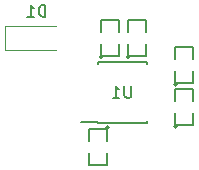
<source format=gbr>
%TF.GenerationSoftware,KiCad,Pcbnew,6.0.4-6f826c9f35~116~ubuntu20.04.1*%
%TF.CreationDate,2022-04-04T16:46:33+00:00*%
%TF.ProjectId,TTLLVDS01A,54544c4c-5644-4533-9031-412e6b696361,rev?*%
%TF.SameCoordinates,Original*%
%TF.FileFunction,Legend,Bot*%
%TF.FilePolarity,Positive*%
%FSLAX46Y46*%
G04 Gerber Fmt 4.6, Leading zero omitted, Abs format (unit mm)*
G04 Created by KiCad (PCBNEW 6.0.4-6f826c9f35~116~ubuntu20.04.1) date 2022-04-04 16:46:33*
%MOMM*%
%LPD*%
G01*
G04 APERTURE LIST*
%ADD10C,0.150000*%
%ADD11C,0.120000*%
G04 APERTURE END LIST*
D10*
%TO.C,U1*%
X19557904Y7659620D02*
X19557904Y6850096D01*
X19510285Y6754858D01*
X19462666Y6707239D01*
X19367428Y6659620D01*
X19176952Y6659620D01*
X19081714Y6707239D01*
X19034095Y6754858D01*
X18986476Y6850096D01*
X18986476Y7659620D01*
X17986476Y6659620D02*
X18557904Y6659620D01*
X18272190Y6659620D02*
X18272190Y7659620D01*
X18367428Y7516762D01*
X18462666Y7421524D01*
X18557904Y7373905D01*
%TO.C,D1*%
X12295095Y13517620D02*
X12295095Y14517620D01*
X12057000Y14517620D01*
X11914142Y14470000D01*
X11818904Y14374762D01*
X11771285Y14279524D01*
X11723666Y14089048D01*
X11723666Y13946191D01*
X11771285Y13755715D01*
X11818904Y13660477D01*
X11914142Y13565239D01*
X12057000Y13517620D01*
X12295095Y13517620D01*
X10771285Y13517620D02*
X11342714Y13517620D01*
X11057000Y13517620D02*
X11057000Y14517620D01*
X11152238Y14374762D01*
X11247476Y14279524D01*
X11342714Y14231905D01*
%TO.C,U1*%
X20871000Y4537000D02*
X20871000Y4682000D01*
X16721000Y9687000D02*
X20871000Y9687000D01*
X20871000Y9687000D02*
X20871000Y9542000D01*
X16721000Y4537000D02*
X16721000Y4587000D01*
X16721000Y9687000D02*
X16721000Y9542000D01*
X16721000Y4587000D02*
X15321000Y4587000D01*
X16721000Y4537000D02*
X20871000Y4537000D01*
%TO.C,C2*%
X16002000Y4000500D02*
X16002000Y2984500D01*
X16002000Y952500D02*
X17526000Y952500D01*
X17526000Y4000500D02*
X16002000Y4000500D01*
X16002000Y1968500D02*
X16002000Y952500D01*
X17526000Y2984500D02*
X17526000Y4000500D01*
X17526000Y952500D02*
X17526000Y1968500D01*
X17653000Y4127500D02*
G75*
G03*
X17653000Y4127500I-127000J0D01*
G01*
D11*
%TO.C,D1*%
X13208000Y10684000D02*
X8908000Y10684000D01*
X8908000Y12684000D02*
X13208000Y12684000D01*
X8908000Y10684000D02*
X8908000Y12684000D01*
D10*
%TO.C,R1*%
X20828000Y12255500D02*
X20828000Y13271500D01*
X19304000Y10223500D02*
X20828000Y10223500D01*
X20828000Y13271500D02*
X19304000Y13271500D01*
X20828000Y10223500D02*
X20828000Y11239500D01*
X19304000Y11239500D02*
X19304000Y10223500D01*
X19304000Y13271500D02*
X19304000Y12255500D01*
X19431000Y10096500D02*
G75*
G03*
X19431000Y10096500I-127000J0D01*
G01*
%TO.C,R2*%
X17018000Y10223500D02*
X18542000Y10223500D01*
X17018000Y11239500D02*
X17018000Y10223500D01*
X18542000Y12255500D02*
X18542000Y13271500D01*
X17018000Y13271500D02*
X17018000Y12255500D01*
X18542000Y13271500D02*
X17018000Y13271500D01*
X18542000Y10223500D02*
X18542000Y11239500D01*
X17145000Y10096500D02*
G75*
G03*
X17145000Y10096500I-127000J0D01*
G01*
%TO.C,R3*%
X23304500Y5334000D02*
X23304500Y4318000D01*
X23304500Y7366000D02*
X23304500Y6350000D01*
X24828500Y7366000D02*
X23304500Y7366000D01*
X24828500Y6350000D02*
X24828500Y7366000D01*
X23304500Y4318000D02*
X24828500Y4318000D01*
X24828500Y4318000D02*
X24828500Y5334000D01*
X23431500Y4191000D02*
G75*
G03*
X23431500Y4191000I-127000J0D01*
G01*
%TO.C,R4*%
X23304500Y10922000D02*
X23304500Y9906000D01*
X23304500Y8890000D02*
X23304500Y7874000D01*
X24828500Y10922000D02*
X23304500Y10922000D01*
X23304500Y7874000D02*
X24828500Y7874000D01*
X24828500Y9906000D02*
X24828500Y10922000D01*
X24828500Y7874000D02*
X24828500Y8890000D01*
X23431500Y7747000D02*
G75*
G03*
X23431500Y7747000I-127000J0D01*
G01*
%TD*%
M02*

</source>
